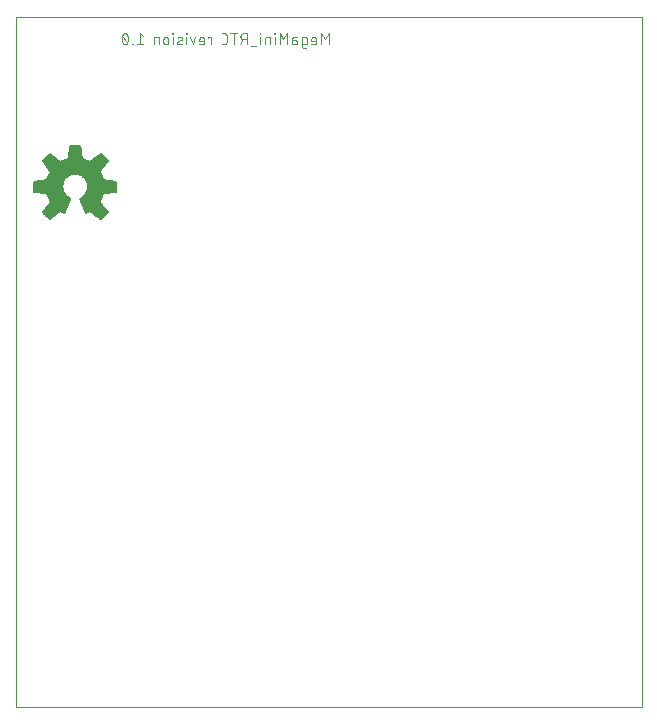
<source format=gbo>
G75*
%MOIN*%
%OFA0B0*%
%FSLAX25Y25*%
%IPPOS*%
%LPD*%
%AMOC8*
5,1,8,0,0,1.08239X$1,22.5*
%
%ADD10C,0.00000*%
%ADD11C,0.00300*%
%ADD12C,0.00591*%
D10*
X0001000Y0001000D02*
X0001000Y0230961D01*
X0209701Y0230961D01*
X0209701Y0001000D01*
X0001000Y0001000D01*
D11*
X0039802Y0221780D02*
X0040008Y0221780D01*
X0040008Y0221985D01*
X0039802Y0221985D01*
X0039802Y0221780D01*
X0041397Y0221780D02*
X0043453Y0221780D01*
X0042425Y0221780D02*
X0042425Y0225480D01*
X0043453Y0224658D01*
X0047003Y0223630D02*
X0047003Y0221780D01*
X0048647Y0221780D02*
X0048647Y0224247D01*
X0047620Y0224247D01*
X0047572Y0224245D01*
X0047523Y0224239D01*
X0047476Y0224230D01*
X0047429Y0224217D01*
X0047384Y0224200D01*
X0047340Y0224180D01*
X0047298Y0224156D01*
X0047257Y0224129D01*
X0047219Y0224099D01*
X0047184Y0224066D01*
X0047151Y0224031D01*
X0047121Y0223993D01*
X0047094Y0223952D01*
X0047070Y0223910D01*
X0047050Y0223866D01*
X0047033Y0223821D01*
X0047020Y0223774D01*
X0047011Y0223727D01*
X0047005Y0223678D01*
X0047003Y0223630D01*
X0050243Y0223424D02*
X0050243Y0222602D01*
X0050245Y0222546D01*
X0050251Y0222490D01*
X0050260Y0222435D01*
X0050273Y0222380D01*
X0050290Y0222327D01*
X0050311Y0222275D01*
X0050335Y0222224D01*
X0050363Y0222175D01*
X0050393Y0222128D01*
X0050427Y0222083D01*
X0050464Y0222041D01*
X0050504Y0222001D01*
X0050546Y0221964D01*
X0050591Y0221930D01*
X0050638Y0221900D01*
X0050687Y0221872D01*
X0050738Y0221848D01*
X0050790Y0221827D01*
X0050843Y0221810D01*
X0050898Y0221797D01*
X0050953Y0221788D01*
X0051009Y0221782D01*
X0051065Y0221780D01*
X0051121Y0221782D01*
X0051177Y0221788D01*
X0051232Y0221797D01*
X0051287Y0221810D01*
X0051340Y0221827D01*
X0051392Y0221848D01*
X0051443Y0221872D01*
X0051492Y0221900D01*
X0051539Y0221930D01*
X0051584Y0221964D01*
X0051626Y0222001D01*
X0051666Y0222041D01*
X0051703Y0222083D01*
X0051737Y0222128D01*
X0051767Y0222175D01*
X0051795Y0222224D01*
X0051819Y0222275D01*
X0051840Y0222327D01*
X0051857Y0222380D01*
X0051870Y0222435D01*
X0051879Y0222490D01*
X0051885Y0222546D01*
X0051887Y0222602D01*
X0051887Y0223424D01*
X0051885Y0223480D01*
X0051879Y0223536D01*
X0051870Y0223591D01*
X0051857Y0223646D01*
X0051840Y0223699D01*
X0051819Y0223751D01*
X0051795Y0223802D01*
X0051767Y0223851D01*
X0051737Y0223898D01*
X0051703Y0223943D01*
X0051666Y0223985D01*
X0051626Y0224025D01*
X0051584Y0224062D01*
X0051539Y0224096D01*
X0051492Y0224126D01*
X0051443Y0224154D01*
X0051392Y0224178D01*
X0051340Y0224199D01*
X0051287Y0224216D01*
X0051232Y0224229D01*
X0051177Y0224238D01*
X0051121Y0224244D01*
X0051065Y0224246D01*
X0051009Y0224244D01*
X0050953Y0224238D01*
X0050898Y0224229D01*
X0050843Y0224216D01*
X0050790Y0224199D01*
X0050738Y0224178D01*
X0050687Y0224154D01*
X0050638Y0224126D01*
X0050591Y0224096D01*
X0050546Y0224062D01*
X0050504Y0224025D01*
X0050464Y0223985D01*
X0050427Y0223943D01*
X0050393Y0223898D01*
X0050363Y0223851D01*
X0050335Y0223802D01*
X0050311Y0223751D01*
X0050290Y0223699D01*
X0050273Y0223646D01*
X0050260Y0223591D01*
X0050251Y0223536D01*
X0050245Y0223480D01*
X0050243Y0223424D01*
X0053345Y0224247D02*
X0053345Y0221780D01*
X0055317Y0221780D02*
X0055272Y0221781D01*
X0055227Y0221786D01*
X0055183Y0221795D01*
X0055140Y0221807D01*
X0055098Y0221823D01*
X0055058Y0221843D01*
X0055019Y0221866D01*
X0054983Y0221891D01*
X0054949Y0221920D01*
X0054917Y0221952D01*
X0054888Y0221986D01*
X0054862Y0222023D01*
X0054839Y0222061D01*
X0054820Y0222102D01*
X0054804Y0222144D01*
X0054791Y0222187D01*
X0054782Y0222231D01*
X0054777Y0222275D01*
X0054776Y0222320D01*
X0054779Y0222365D01*
X0054785Y0222409D01*
X0054795Y0222453D01*
X0054808Y0222495D01*
X0054825Y0222537D01*
X0054846Y0222577D01*
X0054870Y0222615D01*
X0054896Y0222650D01*
X0054926Y0222684D01*
X0054959Y0222715D01*
X0054994Y0222743D01*
X0055031Y0222768D01*
X0055070Y0222789D01*
X0055111Y0222808D01*
X0056139Y0223219D01*
X0056180Y0223238D01*
X0056219Y0223259D01*
X0056256Y0223284D01*
X0056291Y0223312D01*
X0056324Y0223343D01*
X0056354Y0223377D01*
X0056380Y0223412D01*
X0056404Y0223450D01*
X0056425Y0223490D01*
X0056442Y0223532D01*
X0056455Y0223574D01*
X0056465Y0223618D01*
X0056471Y0223662D01*
X0056474Y0223707D01*
X0056473Y0223752D01*
X0056468Y0223796D01*
X0056459Y0223840D01*
X0056446Y0223883D01*
X0056430Y0223925D01*
X0056411Y0223966D01*
X0056388Y0224004D01*
X0056362Y0224041D01*
X0056333Y0224075D01*
X0056301Y0224107D01*
X0056267Y0224136D01*
X0056231Y0224161D01*
X0056192Y0224184D01*
X0056152Y0224204D01*
X0056110Y0224220D01*
X0056067Y0224232D01*
X0056023Y0224241D01*
X0055978Y0224246D01*
X0055933Y0224247D01*
X0056447Y0221985D02*
X0056338Y0221948D01*
X0056228Y0221914D01*
X0056116Y0221884D01*
X0056004Y0221858D01*
X0055891Y0221835D01*
X0055777Y0221816D01*
X0055662Y0221801D01*
X0055547Y0221790D01*
X0055432Y0221783D01*
X0055317Y0221779D01*
X0055009Y0224041D02*
X0055097Y0224079D01*
X0055186Y0224112D01*
X0055276Y0224142D01*
X0055368Y0224169D01*
X0055461Y0224191D01*
X0055554Y0224210D01*
X0055648Y0224225D01*
X0055743Y0224236D01*
X0055838Y0224243D01*
X0055934Y0224247D01*
X0057905Y0224247D02*
X0057905Y0221780D01*
X0060065Y0221780D02*
X0059243Y0224247D01*
X0058008Y0225274D02*
X0057802Y0225274D01*
X0057802Y0225480D01*
X0058008Y0225480D01*
X0058008Y0225274D01*
X0060887Y0224247D02*
X0060065Y0221780D01*
X0062243Y0221780D02*
X0063271Y0221780D01*
X0063319Y0221782D01*
X0063368Y0221788D01*
X0063415Y0221797D01*
X0063462Y0221810D01*
X0063507Y0221827D01*
X0063551Y0221847D01*
X0063593Y0221871D01*
X0063634Y0221898D01*
X0063672Y0221928D01*
X0063707Y0221961D01*
X0063740Y0221996D01*
X0063770Y0222034D01*
X0063797Y0222075D01*
X0063821Y0222117D01*
X0063841Y0222161D01*
X0063858Y0222206D01*
X0063871Y0222253D01*
X0063880Y0222300D01*
X0063886Y0222349D01*
X0063888Y0222397D01*
X0063887Y0222397D02*
X0063887Y0223424D01*
X0063887Y0223013D02*
X0062243Y0223013D01*
X0062243Y0223424D01*
X0062245Y0223480D01*
X0062251Y0223536D01*
X0062260Y0223591D01*
X0062273Y0223646D01*
X0062290Y0223699D01*
X0062311Y0223751D01*
X0062335Y0223802D01*
X0062363Y0223851D01*
X0062393Y0223898D01*
X0062427Y0223943D01*
X0062464Y0223985D01*
X0062504Y0224025D01*
X0062546Y0224062D01*
X0062591Y0224096D01*
X0062638Y0224126D01*
X0062687Y0224154D01*
X0062738Y0224178D01*
X0062790Y0224199D01*
X0062843Y0224216D01*
X0062898Y0224229D01*
X0062953Y0224238D01*
X0063009Y0224244D01*
X0063065Y0224246D01*
X0063121Y0224244D01*
X0063177Y0224238D01*
X0063232Y0224229D01*
X0063287Y0224216D01*
X0063340Y0224199D01*
X0063392Y0224178D01*
X0063443Y0224154D01*
X0063492Y0224126D01*
X0063539Y0224096D01*
X0063584Y0224062D01*
X0063626Y0224025D01*
X0063666Y0223985D01*
X0063703Y0223943D01*
X0063737Y0223898D01*
X0063767Y0223851D01*
X0063795Y0223802D01*
X0063819Y0223751D01*
X0063840Y0223699D01*
X0063857Y0223646D01*
X0063870Y0223591D01*
X0063879Y0223536D01*
X0063885Y0223480D01*
X0063887Y0223424D01*
X0065034Y0223835D02*
X0065034Y0224247D01*
X0066267Y0224247D01*
X0066267Y0221780D01*
X0069659Y0221780D02*
X0070481Y0221780D01*
X0070537Y0221782D01*
X0070593Y0221788D01*
X0070648Y0221797D01*
X0070703Y0221810D01*
X0070756Y0221827D01*
X0070808Y0221848D01*
X0070859Y0221872D01*
X0070908Y0221900D01*
X0070955Y0221930D01*
X0071000Y0221964D01*
X0071042Y0222001D01*
X0071082Y0222041D01*
X0071119Y0222083D01*
X0071153Y0222128D01*
X0071183Y0222175D01*
X0071211Y0222224D01*
X0071235Y0222275D01*
X0071256Y0222327D01*
X0071273Y0222380D01*
X0071286Y0222435D01*
X0071295Y0222490D01*
X0071301Y0222546D01*
X0071303Y0222602D01*
X0071303Y0224658D01*
X0071301Y0224714D01*
X0071295Y0224770D01*
X0071286Y0224825D01*
X0071273Y0224880D01*
X0071256Y0224933D01*
X0071235Y0224985D01*
X0071211Y0225036D01*
X0071183Y0225085D01*
X0071153Y0225132D01*
X0071119Y0225177D01*
X0071082Y0225219D01*
X0071042Y0225259D01*
X0071000Y0225296D01*
X0070955Y0225330D01*
X0070908Y0225360D01*
X0070859Y0225388D01*
X0070808Y0225412D01*
X0070756Y0225433D01*
X0070703Y0225450D01*
X0070648Y0225463D01*
X0070593Y0225472D01*
X0070537Y0225478D01*
X0070481Y0225480D01*
X0069659Y0225480D01*
X0072597Y0225480D02*
X0074653Y0225480D01*
X0073625Y0225480D02*
X0073625Y0221780D01*
X0075935Y0221780D02*
X0076757Y0223424D01*
X0076963Y0223424D02*
X0077990Y0223424D01*
X0076963Y0223424D02*
X0076900Y0223426D01*
X0076837Y0223432D01*
X0076774Y0223442D01*
X0076712Y0223455D01*
X0076651Y0223472D01*
X0076592Y0223493D01*
X0076533Y0223518D01*
X0076477Y0223546D01*
X0076422Y0223578D01*
X0076369Y0223613D01*
X0076319Y0223651D01*
X0076270Y0223692D01*
X0076225Y0223736D01*
X0076182Y0223783D01*
X0076143Y0223832D01*
X0076106Y0223884D01*
X0076073Y0223938D01*
X0076043Y0223994D01*
X0076016Y0224051D01*
X0075993Y0224110D01*
X0075974Y0224171D01*
X0075959Y0224232D01*
X0075947Y0224294D01*
X0075939Y0224357D01*
X0075935Y0224420D01*
X0075935Y0224484D01*
X0075939Y0224547D01*
X0075947Y0224610D01*
X0075959Y0224672D01*
X0075974Y0224733D01*
X0075993Y0224794D01*
X0076016Y0224853D01*
X0076043Y0224910D01*
X0076073Y0224966D01*
X0076106Y0225020D01*
X0076143Y0225072D01*
X0076182Y0225121D01*
X0076225Y0225168D01*
X0076270Y0225212D01*
X0076319Y0225253D01*
X0076369Y0225291D01*
X0076422Y0225326D01*
X0076477Y0225358D01*
X0076533Y0225386D01*
X0076592Y0225411D01*
X0076651Y0225432D01*
X0076712Y0225449D01*
X0076774Y0225462D01*
X0076837Y0225472D01*
X0076900Y0225478D01*
X0076963Y0225480D01*
X0077990Y0225480D01*
X0077990Y0221780D01*
X0079523Y0221369D02*
X0081167Y0221369D01*
X0082505Y0221780D02*
X0082505Y0224247D01*
X0082402Y0225274D02*
X0082608Y0225274D01*
X0082608Y0225480D01*
X0082402Y0225480D01*
X0082402Y0225274D01*
X0084083Y0223630D02*
X0084083Y0221780D01*
X0085727Y0221780D02*
X0085727Y0224247D01*
X0084699Y0224247D01*
X0084651Y0224245D01*
X0084602Y0224239D01*
X0084555Y0224230D01*
X0084508Y0224217D01*
X0084463Y0224200D01*
X0084419Y0224180D01*
X0084377Y0224156D01*
X0084336Y0224129D01*
X0084298Y0224099D01*
X0084263Y0224066D01*
X0084230Y0224031D01*
X0084200Y0223993D01*
X0084173Y0223952D01*
X0084149Y0223910D01*
X0084129Y0223866D01*
X0084112Y0223821D01*
X0084099Y0223774D01*
X0084090Y0223727D01*
X0084084Y0223678D01*
X0084082Y0223630D01*
X0087305Y0224247D02*
X0087305Y0221780D01*
X0088952Y0221780D02*
X0088952Y0225480D01*
X0090185Y0223424D01*
X0091418Y0225480D01*
X0091418Y0221780D01*
X0093221Y0221780D02*
X0093221Y0223630D01*
X0093221Y0223219D02*
X0094146Y0223219D01*
X0093220Y0223630D02*
X0093222Y0223678D01*
X0093228Y0223727D01*
X0093237Y0223774D01*
X0093250Y0223821D01*
X0093267Y0223866D01*
X0093287Y0223910D01*
X0093311Y0223952D01*
X0093338Y0223993D01*
X0093368Y0224031D01*
X0093401Y0224066D01*
X0093436Y0224099D01*
X0093474Y0224129D01*
X0093515Y0224156D01*
X0093557Y0224180D01*
X0093601Y0224200D01*
X0093646Y0224217D01*
X0093693Y0224230D01*
X0093740Y0224239D01*
X0093789Y0224245D01*
X0093837Y0224247D01*
X0094660Y0224247D01*
X0096461Y0224247D02*
X0096461Y0221163D01*
X0096460Y0221163D02*
X0096462Y0221115D01*
X0096468Y0221066D01*
X0096477Y0221019D01*
X0096490Y0220972D01*
X0096507Y0220927D01*
X0096527Y0220883D01*
X0096551Y0220841D01*
X0096578Y0220800D01*
X0096608Y0220762D01*
X0096641Y0220727D01*
X0096676Y0220694D01*
X0096714Y0220664D01*
X0096755Y0220637D01*
X0096797Y0220613D01*
X0096841Y0220593D01*
X0096886Y0220576D01*
X0096933Y0220563D01*
X0096980Y0220554D01*
X0097029Y0220548D01*
X0097077Y0220546D01*
X0097077Y0220547D02*
X0097900Y0220547D01*
X0097488Y0221780D02*
X0096461Y0221780D01*
X0097488Y0221780D02*
X0097536Y0221782D01*
X0097585Y0221788D01*
X0097632Y0221797D01*
X0097679Y0221810D01*
X0097724Y0221827D01*
X0097768Y0221847D01*
X0097810Y0221871D01*
X0097851Y0221898D01*
X0097889Y0221928D01*
X0097924Y0221961D01*
X0097957Y0221996D01*
X0097987Y0222034D01*
X0098014Y0222075D01*
X0098038Y0222117D01*
X0098058Y0222161D01*
X0098075Y0222206D01*
X0098088Y0222253D01*
X0098097Y0222300D01*
X0098103Y0222349D01*
X0098105Y0222397D01*
X0098105Y0223630D01*
X0098103Y0223678D01*
X0098097Y0223727D01*
X0098088Y0223774D01*
X0098075Y0223821D01*
X0098058Y0223866D01*
X0098038Y0223910D01*
X0098014Y0223952D01*
X0097987Y0223993D01*
X0097957Y0224031D01*
X0097924Y0224066D01*
X0097889Y0224099D01*
X0097851Y0224129D01*
X0097810Y0224156D01*
X0097768Y0224180D01*
X0097724Y0224200D01*
X0097679Y0224217D01*
X0097632Y0224230D01*
X0097585Y0224239D01*
X0097536Y0224245D01*
X0097488Y0224247D01*
X0096461Y0224247D01*
X0094146Y0223218D02*
X0094198Y0223216D01*
X0094251Y0223210D01*
X0094302Y0223201D01*
X0094353Y0223188D01*
X0094403Y0223171D01*
X0094451Y0223150D01*
X0094498Y0223126D01*
X0094543Y0223099D01*
X0094585Y0223068D01*
X0094626Y0223034D01*
X0094664Y0222998D01*
X0094699Y0222959D01*
X0094731Y0222917D01*
X0094760Y0222874D01*
X0094785Y0222828D01*
X0094808Y0222780D01*
X0094826Y0222731D01*
X0094842Y0222681D01*
X0094853Y0222630D01*
X0094861Y0222578D01*
X0094865Y0222525D01*
X0094865Y0222473D01*
X0094861Y0222420D01*
X0094853Y0222368D01*
X0094842Y0222317D01*
X0094826Y0222267D01*
X0094808Y0222218D01*
X0094785Y0222170D01*
X0094760Y0222124D01*
X0094731Y0222081D01*
X0094699Y0222039D01*
X0094664Y0222000D01*
X0094626Y0221964D01*
X0094585Y0221930D01*
X0094543Y0221899D01*
X0094498Y0221872D01*
X0094451Y0221848D01*
X0094403Y0221827D01*
X0094353Y0221810D01*
X0094302Y0221797D01*
X0094251Y0221788D01*
X0094198Y0221782D01*
X0094146Y0221780D01*
X0093221Y0221780D01*
X0099563Y0221780D02*
X0100590Y0221780D01*
X0100638Y0221782D01*
X0100687Y0221788D01*
X0100734Y0221797D01*
X0100781Y0221810D01*
X0100826Y0221827D01*
X0100870Y0221847D01*
X0100912Y0221871D01*
X0100953Y0221898D01*
X0100991Y0221928D01*
X0101026Y0221961D01*
X0101059Y0221996D01*
X0101089Y0222034D01*
X0101116Y0222075D01*
X0101140Y0222117D01*
X0101160Y0222161D01*
X0101177Y0222206D01*
X0101190Y0222253D01*
X0101199Y0222300D01*
X0101205Y0222349D01*
X0101207Y0222397D01*
X0101207Y0223424D01*
X0101207Y0223013D02*
X0099563Y0223013D01*
X0099563Y0223424D01*
X0099565Y0223480D01*
X0099571Y0223536D01*
X0099580Y0223591D01*
X0099593Y0223646D01*
X0099610Y0223699D01*
X0099631Y0223751D01*
X0099655Y0223802D01*
X0099683Y0223851D01*
X0099713Y0223898D01*
X0099747Y0223943D01*
X0099784Y0223985D01*
X0099824Y0224025D01*
X0099866Y0224062D01*
X0099911Y0224096D01*
X0099958Y0224126D01*
X0100007Y0224154D01*
X0100058Y0224178D01*
X0100110Y0224199D01*
X0100163Y0224216D01*
X0100218Y0224229D01*
X0100273Y0224238D01*
X0100329Y0224244D01*
X0100385Y0224246D01*
X0100441Y0224244D01*
X0100497Y0224238D01*
X0100552Y0224229D01*
X0100607Y0224216D01*
X0100660Y0224199D01*
X0100712Y0224178D01*
X0100763Y0224154D01*
X0100812Y0224126D01*
X0100859Y0224096D01*
X0100904Y0224062D01*
X0100946Y0224025D01*
X0100986Y0223985D01*
X0101023Y0223943D01*
X0101057Y0223898D01*
X0101087Y0223851D01*
X0101115Y0223802D01*
X0101139Y0223751D01*
X0101160Y0223699D01*
X0101177Y0223646D01*
X0101190Y0223591D01*
X0101199Y0223536D01*
X0101205Y0223480D01*
X0101207Y0223424D01*
X0102872Y0221780D02*
X0102872Y0225480D01*
X0104105Y0223424D01*
X0105338Y0225480D01*
X0105338Y0221780D01*
X0087408Y0225274D02*
X0087202Y0225274D01*
X0087202Y0225480D01*
X0087408Y0225480D01*
X0087408Y0225274D01*
X0053448Y0225274D02*
X0053242Y0225274D01*
X0053242Y0225480D01*
X0053448Y0225480D01*
X0053448Y0225274D01*
X0036666Y0222294D02*
X0036621Y0222390D01*
X0036580Y0222488D01*
X0036542Y0222588D01*
X0036507Y0222688D01*
X0036476Y0222790D01*
X0036448Y0222893D01*
X0036425Y0222996D01*
X0036404Y0223101D01*
X0036388Y0223206D01*
X0036375Y0223311D01*
X0036365Y0223417D01*
X0036360Y0223524D01*
X0036358Y0223630D01*
X0038413Y0223630D02*
X0038411Y0223736D01*
X0038406Y0223843D01*
X0038396Y0223949D01*
X0038383Y0224054D01*
X0038367Y0224159D01*
X0038346Y0224264D01*
X0038323Y0224367D01*
X0038295Y0224470D01*
X0038264Y0224572D01*
X0038229Y0224672D01*
X0038191Y0224772D01*
X0038150Y0224870D01*
X0038105Y0224966D01*
X0037385Y0225480D02*
X0037333Y0225478D01*
X0037280Y0225473D01*
X0037229Y0225464D01*
X0037178Y0225451D01*
X0037128Y0225435D01*
X0037079Y0225416D01*
X0037032Y0225393D01*
X0036986Y0225367D01*
X0036943Y0225338D01*
X0036901Y0225306D01*
X0036862Y0225272D01*
X0036825Y0225234D01*
X0036791Y0225194D01*
X0036760Y0225152D01*
X0036731Y0225108D01*
X0036706Y0225062D01*
X0036684Y0225015D01*
X0036665Y0224966D01*
X0036563Y0224658D02*
X0038207Y0222602D01*
X0037385Y0221780D02*
X0037333Y0221782D01*
X0037280Y0221787D01*
X0037229Y0221796D01*
X0037178Y0221809D01*
X0037128Y0221825D01*
X0037079Y0221844D01*
X0037032Y0221867D01*
X0036986Y0221893D01*
X0036943Y0221922D01*
X0036901Y0221954D01*
X0036862Y0221988D01*
X0036825Y0222026D01*
X0036791Y0222066D01*
X0036760Y0222108D01*
X0036731Y0222152D01*
X0036706Y0222198D01*
X0036684Y0222245D01*
X0036665Y0222294D01*
X0037385Y0221779D02*
X0037437Y0221781D01*
X0037490Y0221786D01*
X0037541Y0221795D01*
X0037592Y0221808D01*
X0037642Y0221824D01*
X0037691Y0221843D01*
X0037738Y0221866D01*
X0037784Y0221892D01*
X0037827Y0221921D01*
X0037869Y0221953D01*
X0037908Y0221987D01*
X0037945Y0222025D01*
X0037979Y0222065D01*
X0038011Y0222107D01*
X0038039Y0222151D01*
X0038064Y0222197D01*
X0038086Y0222244D01*
X0038105Y0222293D01*
X0036358Y0223630D02*
X0036360Y0223736D01*
X0036365Y0223843D01*
X0036375Y0223949D01*
X0036388Y0224054D01*
X0036404Y0224159D01*
X0036425Y0224264D01*
X0036448Y0224367D01*
X0036476Y0224470D01*
X0036507Y0224572D01*
X0036542Y0224672D01*
X0036580Y0224772D01*
X0036621Y0224870D01*
X0036666Y0224966D01*
X0037385Y0225480D02*
X0037437Y0225478D01*
X0037490Y0225473D01*
X0037541Y0225464D01*
X0037592Y0225451D01*
X0037642Y0225435D01*
X0037691Y0225416D01*
X0037738Y0225393D01*
X0037784Y0225367D01*
X0037827Y0225338D01*
X0037869Y0225306D01*
X0037908Y0225272D01*
X0037945Y0225234D01*
X0037979Y0225194D01*
X0038011Y0225152D01*
X0038039Y0225108D01*
X0038064Y0225062D01*
X0038086Y0225015D01*
X0038105Y0224966D01*
X0038413Y0223630D02*
X0038411Y0223524D01*
X0038406Y0223417D01*
X0038396Y0223311D01*
X0038383Y0223206D01*
X0038367Y0223101D01*
X0038346Y0222996D01*
X0038323Y0222893D01*
X0038295Y0222790D01*
X0038264Y0222688D01*
X0038229Y0222588D01*
X0038191Y0222488D01*
X0038150Y0222390D01*
X0038105Y0222294D01*
D12*
X0022522Y0188063D02*
X0019163Y0188063D01*
X0018711Y0183617D01*
X0017706Y0183325D01*
X0016739Y0182925D01*
X0015822Y0182420D01*
X0012359Y0185244D01*
X0009984Y0182869D01*
X0012808Y0179406D01*
X0012304Y0178489D01*
X0011903Y0177522D01*
X0011612Y0176517D01*
X0007166Y0176065D01*
X0007166Y0172707D01*
X0011612Y0172255D01*
X0011903Y0171250D01*
X0012304Y0170283D01*
X0012808Y0169366D01*
X0009984Y0165902D01*
X0012359Y0163528D01*
X0015822Y0166352D01*
X0016505Y0165964D01*
X0017217Y0165633D01*
X0019194Y0170407D01*
X0018481Y0170785D01*
X0017850Y0171289D01*
X0017324Y0171903D01*
X0016923Y0172603D01*
X0016659Y0173366D01*
X0016542Y0174166D01*
X0016577Y0174972D01*
X0016761Y0175759D01*
X0017089Y0176496D01*
X0017549Y0177160D01*
X0018125Y0177726D01*
X0018797Y0178175D01*
X0019540Y0178490D01*
X0020329Y0178661D01*
X0021137Y0178682D01*
X0021934Y0178552D01*
X0022692Y0178275D01*
X0023386Y0177861D01*
X0023990Y0177325D01*
X0024483Y0176686D01*
X0024849Y0175966D01*
X0025073Y0175190D01*
X0025149Y0174386D01*
X0025088Y0173665D01*
X0024907Y0172964D01*
X0024612Y0172303D01*
X0024209Y0171701D01*
X0023712Y0171175D01*
X0023134Y0170740D01*
X0022491Y0170407D01*
X0024468Y0165633D01*
X0025180Y0165964D01*
X0025863Y0166352D01*
X0029326Y0163528D01*
X0031701Y0165902D01*
X0028877Y0169366D01*
X0029381Y0170283D01*
X0029782Y0171250D01*
X0030073Y0172255D01*
X0034519Y0172707D01*
X0034519Y0176065D01*
X0030073Y0176517D01*
X0029782Y0177522D01*
X0029381Y0178489D01*
X0028877Y0179406D01*
X0031701Y0182869D01*
X0029326Y0185244D01*
X0025863Y0182420D01*
X0024946Y0182925D01*
X0023979Y0183325D01*
X0022974Y0183617D01*
X0022522Y0188063D01*
X0022557Y0187719D02*
X0019128Y0187719D01*
X0019069Y0187130D02*
X0022616Y0187130D01*
X0022676Y0186541D02*
X0019009Y0186541D01*
X0018949Y0185952D02*
X0022736Y0185952D01*
X0022796Y0185362D02*
X0018889Y0185362D01*
X0018829Y0184773D02*
X0022856Y0184773D01*
X0022916Y0184184D02*
X0018769Y0184184D01*
X0018638Y0183595D02*
X0023047Y0183595D01*
X0024749Y0183006D02*
X0016936Y0183006D01*
X0015104Y0183006D02*
X0010121Y0183006D01*
X0010353Y0182417D02*
X0031332Y0182417D01*
X0031564Y0183006D02*
X0026581Y0183006D01*
X0027304Y0183595D02*
X0030975Y0183595D01*
X0030386Y0184184D02*
X0028026Y0184184D01*
X0028749Y0184773D02*
X0029797Y0184773D01*
X0030852Y0181828D02*
X0010833Y0181828D01*
X0011314Y0181239D02*
X0030372Y0181239D01*
X0029891Y0180650D02*
X0011794Y0180650D01*
X0012274Y0180061D02*
X0029411Y0180061D01*
X0028931Y0179472D02*
X0012754Y0179472D01*
X0012520Y0178883D02*
X0029165Y0178883D01*
X0029462Y0178294D02*
X0022640Y0178294D01*
X0023562Y0177705D02*
X0029706Y0177705D01*
X0029900Y0177116D02*
X0024151Y0177116D01*
X0024564Y0176527D02*
X0030070Y0176527D01*
X0031533Y0172403D02*
X0024656Y0172403D01*
X0024915Y0172992D02*
X0034519Y0172992D01*
X0034519Y0173581D02*
X0025067Y0173581D01*
X0025131Y0174170D02*
X0034519Y0174170D01*
X0034519Y0174759D02*
X0025114Y0174759D01*
X0025027Y0175348D02*
X0034519Y0175348D01*
X0034519Y0175937D02*
X0024857Y0175937D01*
X0024285Y0171814D02*
X0029946Y0171814D01*
X0029772Y0171225D02*
X0023759Y0171225D01*
X0022933Y0170636D02*
X0029528Y0170636D01*
X0029252Y0170047D02*
X0022640Y0170047D01*
X0022884Y0169458D02*
X0028927Y0169458D01*
X0029282Y0168869D02*
X0023128Y0168869D01*
X0023372Y0168280D02*
X0029762Y0168280D01*
X0030243Y0167691D02*
X0023616Y0167691D01*
X0023860Y0167102D02*
X0030723Y0167102D01*
X0031203Y0166513D02*
X0024104Y0166513D01*
X0024348Y0165923D02*
X0025094Y0165923D01*
X0026388Y0165923D02*
X0031684Y0165923D01*
X0031133Y0165334D02*
X0027110Y0165334D01*
X0027833Y0164745D02*
X0030544Y0164745D01*
X0029955Y0164156D02*
X0028555Y0164156D01*
X0029277Y0163567D02*
X0029366Y0163567D01*
X0019045Y0170047D02*
X0012433Y0170047D01*
X0012157Y0170636D02*
X0018763Y0170636D01*
X0017931Y0171225D02*
X0011913Y0171225D01*
X0011740Y0171814D02*
X0017400Y0171814D01*
X0017037Y0172403D02*
X0010152Y0172403D01*
X0007166Y0172992D02*
X0016788Y0172992D01*
X0016627Y0173581D02*
X0007166Y0173581D01*
X0007166Y0174170D02*
X0016542Y0174170D01*
X0016567Y0174759D02*
X0007166Y0174759D01*
X0007166Y0175348D02*
X0016665Y0175348D01*
X0016841Y0175937D02*
X0007166Y0175937D01*
X0011615Y0176527D02*
X0017110Y0176527D01*
X0017518Y0177116D02*
X0011785Y0177116D01*
X0011979Y0177705D02*
X0018103Y0177705D01*
X0019077Y0178294D02*
X0012223Y0178294D01*
X0010710Y0183595D02*
X0014381Y0183595D01*
X0013659Y0184184D02*
X0011299Y0184184D01*
X0011888Y0184773D02*
X0012936Y0184773D01*
X0012758Y0169458D02*
X0018801Y0169458D01*
X0018557Y0168869D02*
X0012403Y0168869D01*
X0011923Y0168280D02*
X0018313Y0168280D01*
X0018069Y0167691D02*
X0011442Y0167691D01*
X0010962Y0167102D02*
X0017825Y0167102D01*
X0017581Y0166513D02*
X0010482Y0166513D01*
X0010001Y0165923D02*
X0015297Y0165923D01*
X0014575Y0165334D02*
X0010552Y0165334D01*
X0011141Y0164745D02*
X0013853Y0164745D01*
X0013130Y0164156D02*
X0011730Y0164156D01*
X0012319Y0163567D02*
X0012408Y0163567D01*
X0016591Y0165923D02*
X0017337Y0165923D01*
M02*

</source>
